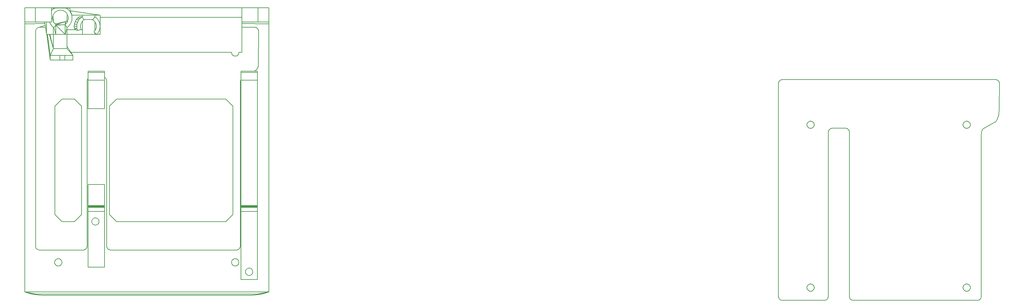
<source format=gbr>
G04 #@! TF.GenerationSoftware,KiCad,Pcbnew,(5.1.10-1-10_14)*
G04 #@! TF.CreationDate,2021-06-08T23:18:15-04:00*
G04 #@! TF.ProjectId,tr109-mainboard,74723130-392d-46d6-9169-6e626f617264,1*
G04 #@! TF.SameCoordinates,Original*
G04 #@! TF.FileFunction,OtherDrawing,Comment*
%FSLAX46Y46*%
G04 Gerber Fmt 4.6, Leading zero omitted, Abs format (unit mm)*
G04 Created by KiCad (PCBNEW (5.1.10-1-10_14)) date 2021-06-08 23:18:15*
%MOMM*%
%LPD*%
G01*
G04 APERTURE LIST*
%ADD10C,0.200000*%
G04 APERTURE END LIST*
D10*
X164667460Y-127004010D02*
X164926260Y-126969970D01*
X113551481Y-72071841D02*
X113551481Y-84368401D01*
X165633350Y-128677050D02*
X165426280Y-128835950D01*
X165892210Y-128228760D02*
X165792320Y-128469920D01*
X123179481Y-128469920D02*
X123020571Y-128677050D01*
X164426300Y-128835950D02*
X164219170Y-128677050D01*
X165892210Y-83691941D02*
X165792320Y-83933161D01*
X121447421Y-127469930D02*
X121606391Y-127262810D01*
X122313481Y-128969950D02*
X122054681Y-128935850D01*
X122313481Y-126969970D02*
X122572281Y-127004010D01*
X123313471Y-83433141D02*
X123279371Y-83691941D01*
X122572281Y-84399091D02*
X122313481Y-84433131D01*
X127276161Y-84868301D02*
X127142171Y-85368321D01*
X113551481Y-72071841D02*
X113685471Y-71571821D01*
X113685471Y-71571821D02*
X114051501Y-71205781D01*
X114051501Y-71205781D02*
X114551521Y-71071791D01*
X132879481Y-85368261D02*
X132745481Y-84868241D01*
X132745481Y-84868241D02*
X132379451Y-84502271D01*
X132379451Y-84502271D02*
X131879491Y-84368281D01*
X168910000Y-130441700D02*
X168776060Y-130941670D01*
X168776060Y-130941670D02*
X168410030Y-131307700D01*
X168410030Y-131307700D02*
X167910010Y-131441690D01*
X172867030Y-71071551D02*
X173366340Y-71205541D01*
X173366340Y-71205541D02*
X173730400Y-71571581D01*
X132879481Y-130441700D02*
X133013471Y-130941670D01*
X133013471Y-130941670D02*
X133379501Y-131307700D01*
X133379501Y-131307700D02*
X133879459Y-131441690D01*
X173684980Y-80597391D02*
X173824280Y-79055481D01*
X173320140Y-81878411D02*
X173684980Y-80597391D01*
X172827510Y-82555281D02*
X173320140Y-81878411D01*
X169173450Y-84882724D02*
X169436960Y-84519081D01*
X168909887Y-86399541D02*
X168980510Y-85571041D01*
X164926260Y-82433151D02*
X165185060Y-82467251D01*
X121813461Y-127103900D02*
X122054681Y-127004010D01*
X121447421Y-128469920D02*
X121347531Y-128228760D01*
X165185060Y-84399091D02*
X164926260Y-84433131D01*
X121347531Y-127711100D02*
X121447421Y-127469930D01*
X165633350Y-127262810D02*
X165792320Y-127469930D01*
X164219170Y-84140231D02*
X164060260Y-83933161D01*
X122572281Y-82467251D02*
X122813441Y-82567141D01*
X164060260Y-127469930D02*
X164219170Y-127262810D01*
X164219170Y-127262810D02*
X164426300Y-127103900D01*
X123279371Y-83691941D02*
X123179481Y-83933161D01*
X121347531Y-83174341D02*
X121447421Y-82933181D01*
X164060260Y-82933181D02*
X164219170Y-82726051D01*
X121606391Y-128677050D02*
X121447421Y-128469920D01*
X165792320Y-82933181D02*
X165892210Y-83174341D01*
X164926260Y-126969970D02*
X165185060Y-127004010D01*
X165185060Y-82467251D02*
X165426280Y-82567141D01*
X123313471Y-127969960D02*
X123279371Y-128228760D01*
X163926270Y-127969960D02*
X163960370Y-127711100D01*
X165426280Y-82567141D02*
X165633350Y-82726051D01*
X121313491Y-83433141D02*
X121347531Y-83174341D01*
X163960370Y-128228760D02*
X163926270Y-127969960D01*
X123179481Y-83933161D02*
X123020571Y-84140231D01*
X165792320Y-83933161D02*
X165633350Y-84140231D01*
X165633350Y-84140231D02*
X165426280Y-84299191D01*
X121347531Y-128228760D02*
X121313491Y-127969960D01*
X122813441Y-127103900D02*
X123020571Y-127262810D01*
X122313481Y-84433131D02*
X122054681Y-84399091D01*
X165426280Y-84299191D02*
X165185060Y-84399091D01*
X123179481Y-127469930D02*
X123279371Y-127711100D01*
X121813461Y-82567141D02*
X122054681Y-82467251D01*
X123020571Y-84140231D02*
X122813441Y-84299191D01*
X165926250Y-83433141D02*
X165892210Y-83691941D01*
X164426300Y-84299191D02*
X164219170Y-84140231D01*
X165426280Y-127103900D02*
X165633350Y-127262810D01*
X164426300Y-127103900D02*
X164667460Y-127004010D01*
X163960370Y-83174341D02*
X164060260Y-82933181D01*
X164219170Y-128677050D02*
X164060260Y-128469920D01*
X121813461Y-84299191D02*
X121606391Y-84140231D01*
X165426280Y-128835950D02*
X165185060Y-128935850D01*
X123279371Y-127711100D02*
X123313471Y-127969960D01*
X121606391Y-127262810D02*
X121813461Y-127103900D01*
X121813461Y-128835950D02*
X121606391Y-128677050D01*
X165926250Y-127969960D02*
X165892210Y-128228760D01*
X122572281Y-128935850D02*
X122313481Y-128969950D01*
X163960370Y-83691941D02*
X163926270Y-83433141D01*
X122054681Y-127004010D02*
X122313481Y-126969970D01*
X122813441Y-82567141D02*
X123020571Y-82726051D01*
X123179481Y-82933181D02*
X123279371Y-83174341D01*
X164060260Y-128469920D02*
X163960370Y-128228760D01*
X164426300Y-82567141D02*
X164667460Y-82467251D01*
X121347531Y-83691941D02*
X121313491Y-83433141D01*
X123020571Y-127262810D02*
X123179481Y-127469930D01*
X164219170Y-82726051D02*
X164426300Y-82567141D01*
X132879481Y-85368261D02*
X132879481Y-130441700D01*
X127142471Y-130441700D02*
X127008481Y-130941670D01*
X127008481Y-130941670D02*
X126642451Y-131307700D01*
X126642451Y-131307700D02*
X126142421Y-131441690D01*
X114551521Y-131441690D02*
X114051501Y-131307700D01*
X114051501Y-131307700D02*
X113685471Y-130941670D01*
X113685471Y-130941670D02*
X113551481Y-130441700D01*
X128142161Y-84368281D02*
X127642191Y-84502271D01*
X127642191Y-84502271D02*
X127276161Y-84868301D01*
X164667460Y-84399091D02*
X164426300Y-84299191D01*
X122813441Y-84299191D02*
X122572281Y-84399091D01*
X168980510Y-85571041D02*
X169173450Y-84882724D01*
X122054681Y-128935850D02*
X121813461Y-128835950D01*
X169436960Y-84519081D02*
X172827510Y-82555281D01*
X122572281Y-127004010D02*
X122813441Y-127103900D01*
X122054681Y-84399091D02*
X121940121Y-84351651D01*
X122054681Y-82467251D02*
X122313481Y-82433151D01*
X121940121Y-84351651D02*
X121813461Y-84299191D01*
X165185060Y-127004010D02*
X165426280Y-127103900D01*
X173859860Y-72071541D02*
X173824280Y-79055481D01*
X164060260Y-83933161D02*
X163960370Y-83691941D01*
X164926260Y-128969950D02*
X164667460Y-128935850D01*
X163926270Y-83433141D02*
X163960370Y-83174341D01*
X114551521Y-71071791D02*
X172867030Y-71071551D01*
X127142471Y-130441700D02*
X127142171Y-85368321D01*
X114551521Y-131441690D02*
X126142421Y-131441690D01*
X122313481Y-82433151D02*
X122572281Y-82467251D01*
X122813441Y-128835950D02*
X122572281Y-128935850D01*
X165792320Y-128469920D02*
X165633350Y-128677050D01*
X121447421Y-83933161D02*
X121347531Y-83691941D01*
X165185060Y-128935850D02*
X164926260Y-128969950D01*
X173859860Y-72071541D02*
X173730400Y-71571581D01*
X113551481Y-130441700D02*
X113551481Y-84368401D01*
X164667460Y-128935850D02*
X164426300Y-128835950D01*
X165633350Y-82726051D02*
X165792320Y-82933181D01*
X121447421Y-82933181D02*
X121606391Y-82726051D01*
X164667460Y-82467251D02*
X164926260Y-82433151D01*
X121606391Y-84140231D02*
X121447421Y-83933161D01*
X123020571Y-128677050D02*
X122813441Y-128835950D01*
X121606391Y-82726051D02*
X121813461Y-82567141D01*
X123020571Y-82726051D02*
X123179481Y-82933181D01*
X165792320Y-127469930D02*
X165892210Y-127711100D01*
X164926260Y-84433131D02*
X164667460Y-84399091D01*
X123279371Y-83174341D02*
X123313471Y-83433141D01*
X121313491Y-127969960D02*
X121347531Y-127711100D01*
X123279371Y-128228760D02*
X123179481Y-128469920D01*
X165892210Y-127711100D02*
X165926250Y-127969960D01*
X163960370Y-127711100D02*
X164060260Y-127469930D01*
X165892210Y-83174341D02*
X165926250Y-83433141D01*
X128142161Y-84368281D02*
X131879491Y-84368281D01*
X133879459Y-131441690D02*
X167910010Y-131441690D01*
X168910000Y-130441700D02*
X168909887Y-86399541D01*
X-31907365Y-123267459D02*
X-31815133Y-123090218D01*
X-31961911Y-123841700D02*
X-31981281Y-123645010D01*
X-30143966Y-123083237D02*
X-30267771Y-122932140D01*
X-73954810Y-109881280D02*
X-73935970Y-109683990D01*
X-33223861Y-105997800D02*
X-33223861Y-107149660D01*
X-28763831Y-107149660D02*
X-28763831Y-125737490D01*
X-33223861Y-105726300D02*
X-33223861Y-105648520D01*
X-28763831Y-105683920D02*
X-28763831Y-105622230D01*
X-74943770Y-105726300D02*
X-74943770Y-105648520D01*
X-70496310Y-105683920D02*
X-70496310Y-105622230D01*
X-28763831Y-69113331D02*
X-33223861Y-69113331D01*
X-74943770Y-79025872D02*
X-70496310Y-79025872D01*
X-74943770Y-69113331D02*
X-70483790Y-69113331D01*
X-74943770Y-105555650D02*
X-74943770Y-99734131D01*
X-31365512Y-122717740D02*
X-31536451Y-122807210D01*
X-31686002Y-122934700D02*
X-31815133Y-123090218D01*
X-31813141Y-124199630D02*
X-31681048Y-124362281D01*
X-73340658Y-108956120D02*
X-73509080Y-109045450D01*
X-73954810Y-109881280D02*
X-73935730Y-110078100D01*
X-73935730Y-110078100D02*
X-73877380Y-110264720D01*
X-73786840Y-110437220D02*
X-73661610Y-110591410D01*
X-72117020Y-110441750D02*
X-72176326Y-110514152D01*
X-72115880Y-109324340D02*
X-72241470Y-109169720D01*
X-72241470Y-109169720D02*
X-72394060Y-109048900D01*
X-72394060Y-109048900D02*
X-72569830Y-108954430D01*
X-72569830Y-108954430D02*
X-72755620Y-108895480D01*
X-82663040Y-64456121D02*
X-82663040Y-65766291D01*
X-80698060Y-56989261D02*
X-80698060Y-57470931D01*
X-84391520Y-62591561D02*
X-80698060Y-62591561D01*
X-83773900Y-58685611D02*
X-83773900Y-56150211D01*
X-81254230Y-58685611D02*
X-83773900Y-56150211D01*
X-81254287Y-56106342D02*
X-81254230Y-58685611D01*
X-83773900Y-56150211D02*
X-81295830Y-56044171D01*
X-81254287Y-56106342D02*
X-83773900Y-56150211D01*
X-83773900Y-55821191D02*
X-81254230Y-55210071D01*
X-34765361Y-122063400D02*
X-35024161Y-122029310D01*
X-34058211Y-120356320D02*
X-33899301Y-120563390D01*
X-35765341Y-121063410D02*
X-35731251Y-120804610D01*
X-32933411Y-55769101D02*
X-32933411Y-55310621D01*
X-28541561Y-55328201D02*
X-25618431Y-55328201D01*
X-32933411Y-63593761D02*
X-32933411Y-56753231D01*
X-34506491Y-122029310D02*
X-34765361Y-122063400D01*
X-32933411Y-55769101D02*
X-32933411Y-56753231D01*
X-25618431Y-55802541D02*
X-25618431Y-129151050D01*
X-33223861Y-125737490D02*
X-28763831Y-125737490D01*
X-33223861Y-105854150D02*
X-33223861Y-105726300D01*
X-33223861Y-105997800D02*
X-33223861Y-105854150D01*
X-33223861Y-105648520D02*
X-28763831Y-105648520D01*
X-68833043Y-117716190D02*
X-69333000Y-117582260D01*
X-82054000Y-76418231D02*
X-78689860Y-76418231D01*
X-29543779Y-68792181D02*
X-29309451Y-68656461D01*
X-88292940Y-117716190D02*
X-76224490Y-117716190D01*
X-28438921Y-67155311D02*
X-28390221Y-57753221D01*
X-31363183Y-124572640D02*
X-31175431Y-124627170D01*
X-29995322Y-123841580D02*
X-29975831Y-123645130D01*
X-29975831Y-123645130D02*
X-29993591Y-123446640D01*
X-77020090Y-56508371D02*
X-76978490Y-56931031D01*
X-76855170Y-57337411D02*
X-76978490Y-56931031D01*
X-80497910Y-53413761D02*
X-80374640Y-53820201D01*
X-83711130Y-51506831D02*
X-84258600Y-51610061D01*
X-80260440Y-56481791D02*
X-79866630Y-56001971D01*
X-79866630Y-56001971D02*
X-79574030Y-55454561D01*
X-79393850Y-54860541D02*
X-79574030Y-55454561D01*
X-79332990Y-54242861D02*
X-79393850Y-54860541D01*
X-79393850Y-53625121D02*
X-79332990Y-54242861D01*
X-79565510Y-53024421D02*
X-79858170Y-52477011D01*
X-79858170Y-52477011D02*
X-80260440Y-52003871D01*
X-80740260Y-51610061D02*
X-80260440Y-52003871D01*
X-85463150Y-55328201D02*
X-85424770Y-55454561D01*
X-85424770Y-55454561D02*
X-85132170Y-56001971D01*
X-84738420Y-56481791D02*
X-85132170Y-56001971D01*
X-79545899Y-53123845D02*
X-79557729Y-53051962D01*
X-90707760Y-129650360D02*
X-89195710Y-129907610D01*
X-89141530Y-129743990D02*
X-90707760Y-129650360D01*
X-89195710Y-129907610D02*
X-89141530Y-129743990D01*
X-25618431Y-129151050D02*
X-92238410Y-129151050D01*
X-89315280Y-55328201D02*
X-89315280Y-51391081D01*
X-89159000Y-57253491D02*
X-88792960Y-56887461D01*
X-70496310Y-105726300D02*
X-74943770Y-105726300D01*
X-33223861Y-107149660D02*
X-28763831Y-107149660D01*
X-70496310Y-107149660D02*
X-74943770Y-107149660D01*
X-30054981Y-123262290D02*
X-30143966Y-123083237D01*
X-31813141Y-124199630D02*
X-31904166Y-124026600D01*
X-74943770Y-105622230D02*
X-74943770Y-105648520D01*
X-70496310Y-105854150D02*
X-74943770Y-105854150D01*
X-70496310Y-106009900D02*
X-70496310Y-105854150D01*
X-33223861Y-105854150D02*
X-28763831Y-106009900D01*
X-28763831Y-105726300D02*
X-33223861Y-105726300D01*
X-74943770Y-105622230D02*
X-70496310Y-105622230D01*
X-34265331Y-64508931D02*
X-34506491Y-64608821D01*
X-33765311Y-63642931D02*
X-33771811Y-63593701D01*
X-33799401Y-120804610D02*
X-33765311Y-121063410D01*
X-75224500Y-116716210D02*
X-75224740Y-71448401D01*
X-68833043Y-117716190D02*
X-34390801Y-117716190D01*
X-72568940Y-110811180D02*
X-72758480Y-110867260D01*
X-72568940Y-110811180D02*
X-72394480Y-110719210D01*
X-72337655Y-110672663D02*
X-72394480Y-110719210D01*
X-72023367Y-110257966D02*
X-72117020Y-110441750D01*
X-71971580Y-110078570D02*
X-72023367Y-110257966D01*
X-71971580Y-110078570D02*
X-71952330Y-109879850D01*
X-71952330Y-109879850D02*
X-71967830Y-109683040D01*
X-71967830Y-109683040D02*
X-72028680Y-109499870D01*
X-72028680Y-109499870D02*
X-72115880Y-109324340D01*
X-72956430Y-108879450D02*
X-72827228Y-108889399D01*
X-80497910Y-55071901D02*
X-80698120Y-55446461D01*
X-84300740Y-55446461D02*
X-84391520Y-55276641D01*
X-83773900Y-55821191D02*
X-83773900Y-55986001D01*
X-83928870Y-55858801D02*
X-83773900Y-55821191D01*
X-83773900Y-55986001D02*
X-83928870Y-55858801D01*
X-84258600Y-56875601D02*
X-83773900Y-58685611D01*
X-30596131Y-122716850D02*
X-30420422Y-122811380D01*
X-70483790Y-71272211D02*
X-70483790Y-71160151D01*
X-70496310Y-72288291D02*
X-70483790Y-71272211D01*
X-70496310Y-106009900D02*
X-70496310Y-107149660D01*
X-28763831Y-106009900D02*
X-28763831Y-107149660D01*
X-33223861Y-71258911D02*
X-28763831Y-71258911D01*
X-33223861Y-69113331D02*
X-33223861Y-68792181D01*
X-31365512Y-122717740D02*
X-31333917Y-122708003D01*
X-31536222Y-124478640D02*
X-31631478Y-124400263D01*
X-31536222Y-124478640D02*
X-31363183Y-124572640D01*
X-31049825Y-124641749D02*
X-31175431Y-124627170D01*
X-30979932Y-122641090D02*
X-30854655Y-122651725D01*
X-73011189Y-108883920D02*
X-72956430Y-108879450D01*
X-73340658Y-108956120D02*
X-73306923Y-108945386D01*
X-73509080Y-109045450D02*
X-73659700Y-109172290D01*
X-73659700Y-109172290D02*
X-73786780Y-109325350D01*
X-73877380Y-110264720D02*
X-73786840Y-110437220D01*
X-73509920Y-110716220D02*
X-73336880Y-110810220D01*
X-73147940Y-110865950D02*
X-73336880Y-110810220D01*
X-84091530Y-121063410D02*
X-84057440Y-120804610D01*
X-82591520Y-120197360D02*
X-82384390Y-120356320D01*
X-34765361Y-120063430D02*
X-34506491Y-120097460D01*
X-34058211Y-121770500D02*
X-34265331Y-121929410D01*
X-35265321Y-121929410D02*
X-35472451Y-121770500D01*
X-35631351Y-64142951D02*
X-35731251Y-63901731D01*
X-34506491Y-120097460D02*
X-34265331Y-120197360D01*
X-82384390Y-121770500D02*
X-82591520Y-121929410D01*
X-33899301Y-120563390D02*
X-33799401Y-120804610D01*
X-73879050Y-109499040D02*
X-73786780Y-109325350D01*
X-30784784Y-124629680D02*
X-30594053Y-124574660D01*
X-30594053Y-124574660D02*
X-30421491Y-124482750D01*
X-83957540Y-120563390D02*
X-83798630Y-120356320D01*
X-35024161Y-120097460D02*
X-34765361Y-120063430D01*
X-83798630Y-121770500D02*
X-83957540Y-121563440D01*
X-83957540Y-121563440D02*
X-84057440Y-121322220D01*
X-35024161Y-64608821D02*
X-35265321Y-64508931D01*
X-84057440Y-121322220D02*
X-84091530Y-121063410D01*
X-83091480Y-120063430D02*
X-82832680Y-120097460D01*
X-74943770Y-106009900D02*
X-74943770Y-105854150D01*
X-28763831Y-106009900D02*
X-33223861Y-105997800D01*
X-74943770Y-105648520D02*
X-70496310Y-105648520D01*
X-70496310Y-105622230D02*
X-70496310Y-105648520D01*
X-70496310Y-105555650D02*
X-74943770Y-105555650D01*
X-70483790Y-68792181D02*
X-74943770Y-68792181D01*
X-74943770Y-69113331D02*
X-74943770Y-68792181D01*
X-28763831Y-69113331D02*
X-28763831Y-68792181D01*
X-74943770Y-71258911D02*
X-70483790Y-71272211D01*
X-35024161Y-122029310D02*
X-35265321Y-121929410D01*
X-25870741Y-128962171D02*
X-25870741Y-128919863D01*
X-28661131Y-129907610D02*
X-30471741Y-130084280D01*
X-28885781Y-56887221D02*
X-28521651Y-57253191D01*
X-89141530Y-129743990D02*
X-28715311Y-129743990D01*
X-25618431Y-129151050D02*
X-25870741Y-129260600D01*
X-28541561Y-55328201D02*
X-28541561Y-51391081D01*
X-30471741Y-130084280D02*
X-87385100Y-130084280D01*
X-70496310Y-105555650D02*
X-70496310Y-99734131D01*
X-33223861Y-105622230D02*
X-28763831Y-105622230D01*
X-33223861Y-105622230D02*
X-33223861Y-105648520D01*
X-28763831Y-105854150D02*
X-33223861Y-105854150D01*
X-28763831Y-106009900D02*
X-28763831Y-105854150D01*
X-92238410Y-129151050D02*
X-92238410Y-55802541D01*
X-25870741Y-129260600D02*
X-28715311Y-129743990D01*
X-27149081Y-129650360D02*
X-25870741Y-129260600D01*
X-28715311Y-129743990D02*
X-28661131Y-129907610D01*
X-27149081Y-129650360D02*
X-28715311Y-129743990D01*
X-28661131Y-129907610D02*
X-27149081Y-129650360D01*
X-71620270Y-54087171D02*
X-32933411Y-54087231D01*
X-84923430Y-51391021D02*
X-32933411Y-51391021D01*
X-25618431Y-55802541D02*
X-25618431Y-55328201D01*
X-32933411Y-55769101D02*
X-25618431Y-55802541D01*
X-33771811Y-63593701D02*
X-32933411Y-63593761D01*
X-32933411Y-54087231D02*
X-32933411Y-55310621D01*
X-84624220Y-53820201D02*
X-84665820Y-54242861D01*
X-84665820Y-54242861D02*
X-84624220Y-54665461D01*
X-84624220Y-54665461D02*
X-84500950Y-55071901D01*
X-84300740Y-55446461D02*
X-84031330Y-55774701D01*
X-80698060Y-58685611D02*
X-80698060Y-57470931D01*
X-73096140Y-58685611D02*
X-76479360Y-58685611D01*
X-79081340Y-64456121D02*
X-80698060Y-62591561D01*
X-84923430Y-52229301D02*
X-84923430Y-51499501D01*
X-84738420Y-52003871D02*
X-84923430Y-52229301D01*
X-73096140Y-53434681D02*
X-71620270Y-53434681D01*
X-84391520Y-51719155D02*
X-84391520Y-51499501D01*
X-84391520Y-62591561D02*
X-85399617Y-58685611D01*
X-84391520Y-58685611D02*
X-84391520Y-62591561D01*
X-76479360Y-54075384D02*
X-76479360Y-53434681D01*
X-72564031Y-58685611D02*
X-71620270Y-58685611D01*
X-86319730Y-55328201D02*
X-86319730Y-58685611D01*
X-77365680Y-53875641D02*
X-76612820Y-53875641D01*
X-77092630Y-54269381D02*
X-77486440Y-54749201D01*
X-77779040Y-55296671D02*
X-77959220Y-55890631D01*
X-71928310Y-57720141D02*
X-72220910Y-58267541D01*
X-71748120Y-57126121D02*
X-71928310Y-57720141D01*
X-71687270Y-56508371D02*
X-71748120Y-57126121D01*
X-71748120Y-55890691D02*
X-71687270Y-56508371D01*
X-71748120Y-55890691D02*
X-71928310Y-55296671D01*
X-72220910Y-54749201D02*
X-71928310Y-55296671D01*
X-72220910Y-54749201D02*
X-72614710Y-54269381D01*
X-72614710Y-54269381D02*
X-73094530Y-53875641D01*
X-77845500Y-54269381D02*
X-77092630Y-54269381D01*
X-77365680Y-53875641D02*
X-77845500Y-54269381D01*
X-78531850Y-55296671D02*
X-77779040Y-55296671D01*
X-78239250Y-54749201D02*
X-78531850Y-55296671D01*
X-78531850Y-55296671D02*
X-78712090Y-55890631D01*
X-78712090Y-55890631D02*
X-78772890Y-56508371D01*
X-77959220Y-55890631D02*
X-78712090Y-55890631D01*
X-77959220Y-57126121D02*
X-78020080Y-56508371D01*
X-78712090Y-57126121D02*
X-77959220Y-57126121D01*
X-85242790Y-64456121D02*
X-84391520Y-62591561D01*
X-81295830Y-56044171D02*
X-83703030Y-56044171D01*
X-83703030Y-56044171D02*
X-81254230Y-55210071D01*
X-83773900Y-58685611D02*
X-81254230Y-58685611D01*
X-85242790Y-64456121D02*
X-86076386Y-58685611D01*
X-85517615Y-58685611D02*
X-84391520Y-62591561D01*
X-81254230Y-58685611D02*
X-80698060Y-58685611D01*
X-80967530Y-55774761D02*
X-81254230Y-55210071D01*
X-79737252Y-52264283D02*
X-71620270Y-53434681D01*
X-80698060Y-56989261D02*
X-81254230Y-58685611D01*
X-80740260Y-56875601D02*
X-80698060Y-56989261D01*
X-80698109Y-55075133D02*
X-81254230Y-55210071D01*
X-80497910Y-53413761D02*
X-80698060Y-53434681D01*
X-84391520Y-58685611D02*
X-84391520Y-56766521D01*
X-73096140Y-58265931D02*
X-73096140Y-58685611D01*
X-73096140Y-53434681D02*
X-73094530Y-53875641D01*
X-76479360Y-53434681D02*
X-73096140Y-53434681D01*
X-85242790Y-65766291D02*
X-85242790Y-64456121D01*
X-81323010Y-65766291D02*
X-81323010Y-64456121D01*
X-77177474Y-57470931D02*
X-76479360Y-57470931D01*
X-80698060Y-57470931D02*
X-78314971Y-57470931D01*
X-82663040Y-64456121D02*
X-81323010Y-64456121D01*
X-84391520Y-58685611D02*
X-83773900Y-58685611D01*
X-84057440Y-120804610D02*
X-83957540Y-120563390D01*
X-34765361Y-64642921D02*
X-35024161Y-64608821D01*
X-35265321Y-64508931D02*
X-35472451Y-64350021D01*
X-77779040Y-57720141D02*
X-77959220Y-57126121D01*
X-77959220Y-57126121D02*
X-78531850Y-57370081D01*
X-73052330Y-57711971D02*
X-72852180Y-57337411D01*
X-72852180Y-57337411D02*
X-72728860Y-56931031D01*
X-72728860Y-56931031D02*
X-72687250Y-56508371D01*
X-72687250Y-56508371D02*
X-72728860Y-56085721D01*
X-72728860Y-56085721D02*
X-72852180Y-55679331D01*
X-72852180Y-55679331D02*
X-73052330Y-55304781D01*
X-31686002Y-122934700D02*
X-31536451Y-122807210D01*
X-30142182Y-124203442D02*
X-30052361Y-124029040D01*
X-30052361Y-124029040D02*
X-29995322Y-123841580D01*
X-70496310Y-106009900D02*
X-74943770Y-106009900D01*
X-74943770Y-105622230D02*
X-74943770Y-105555650D01*
X-33223861Y-105622230D02*
X-33223861Y-105555650D01*
X-79081340Y-65766291D02*
X-79081340Y-64456121D01*
X-76479360Y-58685611D02*
X-80698060Y-58685611D01*
X-85242790Y-65766291D02*
X-86203856Y-58685611D01*
X-29993591Y-123446640D02*
X-30054981Y-123262290D01*
X-30420422Y-122811380D02*
X-30267771Y-122932140D01*
X-35631351Y-121563440D02*
X-35731251Y-121322220D01*
X-82384390Y-120356320D02*
X-82225490Y-120563390D01*
X-82125590Y-121322220D02*
X-82225490Y-121563440D01*
X-83591510Y-121929410D02*
X-83798630Y-121770500D01*
X-28758221Y-55328201D02*
X-28873861Y-55329161D01*
X-91986100Y-129260600D02*
X-90707760Y-129650360D01*
X-89141530Y-129743990D02*
X-91986100Y-129260600D01*
X-33899301Y-121563440D02*
X-34058211Y-121770500D01*
X-35631351Y-120563390D02*
X-35472451Y-120356320D01*
X-35472451Y-64350021D02*
X-35631351Y-64142951D01*
X-84391520Y-56766521D02*
X-84258600Y-56875601D01*
X-84738420Y-56481791D02*
X-84391520Y-56766521D01*
X-80967530Y-55774761D02*
X-81254230Y-56010021D01*
X-80967530Y-55774761D02*
X-80698120Y-55446461D01*
X-84391520Y-55276641D02*
X-84500950Y-55071901D01*
X-83703030Y-56044171D02*
X-83773900Y-55986001D01*
X-33390871Y-72983221D02*
X-33390871Y-71557651D01*
X-37357441Y-109907870D02*
X-67144801Y-109907870D01*
X-69113240Y-78386612D02*
X-69113240Y-107939480D01*
X-70333050Y-70582281D02*
X-69967020Y-70948311D01*
X-76224490Y-117716190D02*
X-75724470Y-117582260D01*
X-75224740Y-71448401D02*
X-75090750Y-70948371D01*
X-33524751Y-117216230D02*
X-33390761Y-116716210D01*
X-76721470Y-78386612D02*
X-78689860Y-76418231D01*
X-70479535Y-70543041D02*
X-70333050Y-70582281D01*
X-86584066Y-56753441D02*
X-88292940Y-56753471D01*
X-89159000Y-57253491D02*
X-89292990Y-57753451D01*
X-33390871Y-71557651D02*
X-33328591Y-71252951D01*
X-28390221Y-57753221D02*
X-28521651Y-57253191D01*
X-89292990Y-57753451D02*
X-89292990Y-116716210D01*
X-75724470Y-117582260D02*
X-75358440Y-117216230D01*
X-89159000Y-117216230D02*
X-88792960Y-117582260D01*
X-35758851Y-63593521D02*
X-35765091Y-63644845D01*
X-28876121Y-68271891D02*
X-28557471Y-67722451D01*
X-82054000Y-109907930D02*
X-78689860Y-109907870D01*
X-75358440Y-117216230D02*
X-75224500Y-116716210D01*
X-84022390Y-78386612D02*
X-84022390Y-107939480D01*
X-33390871Y-72983221D02*
X-33390761Y-116716210D01*
X-28885781Y-56887221D02*
X-29385081Y-56753231D01*
X-35389061Y-107939480D02*
X-35389061Y-78386612D01*
X-69967020Y-70948311D02*
X-69833030Y-71448341D01*
X-76721470Y-107939480D02*
X-76721470Y-78386612D01*
X-67144801Y-76418231D02*
X-37357441Y-76418231D01*
X-88792960Y-117582260D02*
X-88292940Y-117716190D01*
X-28557471Y-67722451D02*
X-28438921Y-67155311D01*
X-33890781Y-117582260D02*
X-33524751Y-117216230D01*
X-88292940Y-56753471D02*
X-88792960Y-56887461D01*
X-75090750Y-70948371D02*
X-74943770Y-70801391D01*
X-32933411Y-56753231D02*
X-29385081Y-56753231D01*
X-34390801Y-117716190D02*
X-33890781Y-117582260D01*
X-37357441Y-76418231D02*
X-35389061Y-78386612D01*
X-29309451Y-68656461D02*
X-28876121Y-68271891D01*
X-76721470Y-107939480D02*
X-78689860Y-109907870D01*
X-84022390Y-78386612D02*
X-82054000Y-76418231D01*
X-82054000Y-109907930D02*
X-84022390Y-107939480D01*
X-69113240Y-78386612D02*
X-67144801Y-76418231D01*
X-67144801Y-109907870D02*
X-69113240Y-107939480D01*
X-35389061Y-107939480D02*
X-37357441Y-109907870D01*
X-70496310Y-99734131D02*
X-74943770Y-99734131D01*
X-74943770Y-122392240D02*
X-74943770Y-107149660D01*
X-74943770Y-107149660D02*
X-74943770Y-106009900D01*
X-92238410Y-55802541D02*
X-92238410Y-55328201D01*
X-89159000Y-117216230D02*
X-89292990Y-116716210D01*
X-83091480Y-122063400D02*
X-83350350Y-122029310D01*
X-34265331Y-120197360D02*
X-34058211Y-120356320D01*
X-79645881Y-63593521D02*
X-35758851Y-63593521D01*
X-86319730Y-55328201D02*
X-85463150Y-55328201D01*
X-28763831Y-105622230D02*
X-28763831Y-105648520D01*
X-28763831Y-105555650D02*
X-33223861Y-105555650D01*
X-74943770Y-105854150D02*
X-74943770Y-105726300D01*
X-92238410Y-55328201D02*
X-89315280Y-55328201D01*
X-32933411Y-51391021D02*
X-28541561Y-51391081D01*
X-89315280Y-51391081D02*
X-84923430Y-51391021D01*
X-33765311Y-63642931D02*
X-33799401Y-63901731D01*
X-33223861Y-69113331D02*
X-33223861Y-71114687D01*
X-74943770Y-71258911D02*
X-74943770Y-70801391D01*
X-30784784Y-124629680D02*
X-30979691Y-124649290D01*
X-30421491Y-124482750D02*
X-30267772Y-124355381D01*
X-30142182Y-124203442D02*
X-30267772Y-124355381D01*
X-73935970Y-109683990D02*
X-73879050Y-109499040D01*
X-73509920Y-110716220D02*
X-73661610Y-110591410D01*
X-73147940Y-110865950D02*
X-72953330Y-110886810D01*
X-72758480Y-110867260D02*
X-72953330Y-110886810D01*
X-33223861Y-71258911D02*
X-33223861Y-71114687D01*
X-70496310Y-79025872D02*
X-70496310Y-72288291D01*
X-86787090Y-55328201D02*
X-88788344Y-55328258D01*
X-29068498Y-55328258D02*
X-31140981Y-55328201D01*
X-86787090Y-55328201D02*
X-86319730Y-55328201D01*
X-29068498Y-55328258D02*
X-28873861Y-55329161D01*
X-88827420Y-55328201D02*
X-89315280Y-55328201D01*
X-28758221Y-55328201D02*
X-28541561Y-55328201D01*
X-92238410Y-51391081D02*
X-89315280Y-51391081D01*
X-92238410Y-55328201D02*
X-92238410Y-51391081D01*
X-28541561Y-51391081D02*
X-25618431Y-51391081D01*
X-25618431Y-55328201D02*
X-25618431Y-51391081D01*
X-28763831Y-105854150D02*
X-28763831Y-105726300D01*
X-70496310Y-105854150D02*
X-70496310Y-105726300D01*
X-28763831Y-71258911D02*
X-28763831Y-69113331D01*
X-70483790Y-69113331D02*
X-70483790Y-68792181D01*
X-30979932Y-122641090D02*
X-31182521Y-122659544D01*
X-31962271Y-123446410D02*
X-31907365Y-123267459D01*
X-80740260Y-51610061D02*
X-81287670Y-51506831D01*
X-73321800Y-58040271D02*
X-73052330Y-57711971D01*
X-73052330Y-55304781D02*
X-73321800Y-54976471D01*
X-81323010Y-64456121D02*
X-79081340Y-64456121D01*
X-82663040Y-64456121D02*
X-85242790Y-64456121D01*
X-79081340Y-65766291D02*
X-81323010Y-65766291D01*
X-85242790Y-65766291D02*
X-82663040Y-65766291D01*
X-76479360Y-57470931D02*
X-76479360Y-55090773D01*
X-80740260Y-56875601D02*
X-80260440Y-56481791D01*
X-81287670Y-51506831D02*
X-83711130Y-51506831D01*
X-79545899Y-53123845D02*
X-79451615Y-53434681D01*
X-35765091Y-63644845D02*
X-35731251Y-63901731D01*
X-84300740Y-53039201D02*
X-84500950Y-53413761D01*
X-85463150Y-55328201D02*
X-84923430Y-55328201D01*
X-81287670Y-51506831D02*
X-79987930Y-51499501D01*
X-86076386Y-58685611D02*
X-85517615Y-58685611D01*
X-86203856Y-58685611D02*
X-86076386Y-58685611D01*
X-86717609Y-55777303D02*
X-86787090Y-55328201D01*
X-86649736Y-56273425D02*
X-86717609Y-55777303D01*
X-32933411Y-55310621D02*
X-31140981Y-55328201D01*
X-84391520Y-55276641D02*
X-84500950Y-53413761D01*
X-85517615Y-58685611D02*
X-85399617Y-58685611D01*
X-86584066Y-56753441D02*
X-86649736Y-56273425D01*
X-72676460Y-58685611D02*
X-72614710Y-58747361D01*
X-73096140Y-58265931D02*
X-72676460Y-58685611D01*
X-76479360Y-54075384D02*
X-76612820Y-53875641D01*
X-76110666Y-54627191D02*
X-76479360Y-54075384D01*
X-79451615Y-53434681D02*
X-79393850Y-53625121D01*
X-84031330Y-55774701D02*
X-83928870Y-55858801D01*
X-33223861Y-105555650D02*
X-33390871Y-72983221D01*
X-84923430Y-51499501D02*
X-84923430Y-51391021D01*
X-73052330Y-55304781D02*
X-73052330Y-57711971D01*
X-82663040Y-65766291D02*
X-81323010Y-65766291D01*
X-86319730Y-58685611D02*
X-86203856Y-58685611D01*
X-70479535Y-70543041D02*
X-70483790Y-69334641D01*
X-70483790Y-71160151D02*
X-70479535Y-70543041D01*
X-33223861Y-71258911D02*
X-33223861Y-105555650D01*
X-73147940Y-108896380D02*
X-73306923Y-108945386D01*
X-80698060Y-61985823D02*
X-80698060Y-58685611D01*
X-80698060Y-62591561D02*
X-80698060Y-61985823D01*
X-79353620Y-53434681D02*
X-79451615Y-53434681D01*
X-86319730Y-58685611D02*
X-86584066Y-56753441D01*
X-73321800Y-58040271D02*
X-73096140Y-58265931D01*
X-76057300Y-54707061D02*
X-76110666Y-54627191D01*
X-81254287Y-56106342D02*
X-80740260Y-56875601D01*
X-81295830Y-56044171D02*
X-81254287Y-56106342D01*
X-84391520Y-51719155D02*
X-84258600Y-51610061D01*
X-84738420Y-52003871D02*
X-84391520Y-51719155D01*
X-84923430Y-55328201D02*
X-84923430Y-52229301D01*
X-32933411Y-54087231D02*
X-32933411Y-51391021D01*
X-72827228Y-108889399D02*
X-72755620Y-108895480D01*
X-28763831Y-105683920D02*
X-28763831Y-105648520D01*
X-28763831Y-105726300D02*
X-28763831Y-105683920D01*
X-70496310Y-105683920D02*
X-70496310Y-105648520D01*
X-70496310Y-105726300D02*
X-70496310Y-105683920D01*
X-28763831Y-105622230D02*
X-28763831Y-105555650D01*
X-29543779Y-68792181D02*
X-33223861Y-68792181D01*
X-28763831Y-68792181D02*
X-29543779Y-68792181D01*
X-70496310Y-105622230D02*
X-70496310Y-105555650D01*
X-74943770Y-69113331D02*
X-74943770Y-70801391D01*
X-70483790Y-69113331D02*
X-70483790Y-69334641D01*
X-28763831Y-105555650D02*
X-28763831Y-71258911D01*
X-73011189Y-108883920D02*
X-73147940Y-108896380D01*
X-72337655Y-110672663D02*
X-72241470Y-110592960D01*
X-72176326Y-110514152D02*
X-72241470Y-110592960D01*
X-80698109Y-55075133D02*
X-80698060Y-53434681D01*
X-80698120Y-55446461D02*
X-80698109Y-55075133D01*
X-84391520Y-51499501D02*
X-83711130Y-51506831D01*
X-76479360Y-53434681D02*
X-79353620Y-53434681D01*
X-76479360Y-58685611D02*
X-76479360Y-57470931D01*
X-79645881Y-63593521D02*
X-79081340Y-64456121D01*
X-80698060Y-61985823D02*
X-79645881Y-63593521D01*
X-79737252Y-52264283D02*
X-79987930Y-51499501D01*
X-79353620Y-53434681D02*
X-79737252Y-52264283D01*
X-71620270Y-54087171D02*
X-71620270Y-58685611D01*
X-71620270Y-53434681D02*
X-71620270Y-54087171D01*
X-85399617Y-58685611D02*
X-84391520Y-58685611D01*
X-72614710Y-58747361D02*
X-72564031Y-58685611D01*
X-73596685Y-54627191D02*
X-73650050Y-54707061D01*
X-73094530Y-53875641D02*
X-73596685Y-54627191D01*
X-77177474Y-57470931D02*
X-76855170Y-57337411D01*
X-77779040Y-57720141D02*
X-77177474Y-57470931D01*
X-78314971Y-57470931D02*
X-77779040Y-57720141D01*
X-78531850Y-57370081D02*
X-78314971Y-57470931D01*
X-76479360Y-55090773D02*
X-76655020Y-55304781D01*
X-76385540Y-54976471D02*
X-76479360Y-55090773D01*
X-83773900Y-56150211D02*
X-83703030Y-56044171D01*
X-79557729Y-53051962D02*
X-79565510Y-53024421D01*
X-31333917Y-122708003D02*
X-31182521Y-122659544D01*
X-31681048Y-124362281D02*
X-31631478Y-124400263D01*
X-31049825Y-124641749D02*
X-30979691Y-124649290D01*
X-30854655Y-122651725D02*
X-30788406Y-122655843D01*
X-33223861Y-71258911D02*
X-33390871Y-71557651D01*
X-33328591Y-71252951D02*
X-33223861Y-71114687D01*
X-74943770Y-71258911D02*
X-74943770Y-79025872D01*
X-31981281Y-123645010D02*
X-31962271Y-123446410D01*
X-69833030Y-116716210D02*
X-69833030Y-71448341D01*
X-69699030Y-117216230D02*
X-69833030Y-116716210D01*
X-69333000Y-117582260D02*
X-69699030Y-117216230D01*
X-73321800Y-54976471D02*
X-73650050Y-54707061D01*
X-76057300Y-54707061D02*
X-76385540Y-54976471D01*
X-76655020Y-55304781D02*
X-76855170Y-55679331D01*
X-76855170Y-55679331D02*
X-76978490Y-56085721D01*
X-76978490Y-56085721D02*
X-77020090Y-56508371D01*
X-31904166Y-124026600D02*
X-31961911Y-123841700D01*
X-81254230Y-56010021D02*
X-81295830Y-56044171D01*
X-80497910Y-55071901D02*
X-80374640Y-54665461D01*
X-80374640Y-54665461D02*
X-80332980Y-54242861D01*
X-80332980Y-54242861D02*
X-80374640Y-53820201D01*
X-80698120Y-53039201D02*
X-80497910Y-53413761D01*
X-80698120Y-53039201D02*
X-80967530Y-52710961D01*
X-80967530Y-52710961D02*
X-81295830Y-52441491D01*
X-81295830Y-52441491D02*
X-81670330Y-52241341D01*
X-81670330Y-52241341D02*
X-82076770Y-52118011D01*
X-82076770Y-52118011D02*
X-82499430Y-52076411D01*
X-82499430Y-52076411D02*
X-82922090Y-52118011D01*
X-82922090Y-52118011D02*
X-83328470Y-52241341D01*
X-83328470Y-52241341D02*
X-83703030Y-52441551D01*
X-84031330Y-52710961D02*
X-83703030Y-52441551D01*
X-84031330Y-52710961D02*
X-84300740Y-53039201D01*
X-84500950Y-53413761D02*
X-84624220Y-53820201D01*
X-82225490Y-121563440D02*
X-82384390Y-121770500D01*
X-83350350Y-122029310D02*
X-83591510Y-121929410D01*
X-83350350Y-120097460D02*
X-83091480Y-120063430D01*
X-35265321Y-120197360D02*
X-35024161Y-120097460D01*
X-35472451Y-121770500D02*
X-35631351Y-121563440D01*
X-33799401Y-63901731D02*
X-33899301Y-64142951D01*
X-33899301Y-64142951D02*
X-34058211Y-64350021D01*
X-82832680Y-122029310D02*
X-83091480Y-122063400D01*
X-82225490Y-120563390D02*
X-82125590Y-120804610D01*
X-83798630Y-120356320D02*
X-83591510Y-120197360D01*
X-82091500Y-121063410D02*
X-82125590Y-121322220D01*
X-35731251Y-121322220D02*
X-35765341Y-121063410D01*
X-33799401Y-121322220D02*
X-33899301Y-121563440D01*
X-82832680Y-120097460D02*
X-82591520Y-120197360D01*
X-35472451Y-120356320D02*
X-35265321Y-120197360D01*
X-34265331Y-121929410D02*
X-34506491Y-122029310D01*
X-33223861Y-125737490D02*
X-33223861Y-107149660D01*
X-70496310Y-107149660D02*
X-70496310Y-122392240D01*
X-74943770Y-122392240D02*
X-70496310Y-122392240D01*
X-35731251Y-120804610D02*
X-35631351Y-120563390D01*
X-34506491Y-64608821D02*
X-34765361Y-64642921D01*
X-33765311Y-121063410D02*
X-33799401Y-121322220D01*
X-83591510Y-120197360D02*
X-83350350Y-120097460D01*
X-30788406Y-122655843D02*
X-30596131Y-122716850D01*
X-83773900Y-55821191D02*
X-83703030Y-56044171D01*
X-81254230Y-56010021D02*
X-81254230Y-55210071D01*
X-76110666Y-54627191D02*
X-73596685Y-54627191D01*
X-84923430Y-51499501D02*
X-84391520Y-51499501D01*
X-73096140Y-58685611D02*
X-72676460Y-58685611D01*
X-72564031Y-58685611D02*
X-72220910Y-58267541D01*
X-77092630Y-54269381D02*
X-76612820Y-53875641D01*
X-77845500Y-54269381D02*
X-78239250Y-54749201D01*
X-77486440Y-54749201D02*
X-78239250Y-54749201D01*
X-77779040Y-55296671D02*
X-77486440Y-54749201D01*
X-78020080Y-56508371D02*
X-77959220Y-55890631D01*
X-78772890Y-56508371D02*
X-78712090Y-57126121D01*
X-78020080Y-56508371D02*
X-78772890Y-56508371D01*
X-78712090Y-57126121D02*
X-78531850Y-57370081D01*
X-84258600Y-56875601D02*
X-83773900Y-56150211D01*
X-82125590Y-120804610D02*
X-82091500Y-121063410D01*
X-34058211Y-64350021D02*
X-34265331Y-64508931D01*
X-88827420Y-55328201D02*
X-88788344Y-55328258D01*
X-82591520Y-121929410D02*
X-82832680Y-122029310D01*
X-86717609Y-55777303D02*
X-92238410Y-55802541D01*
X-86649736Y-56273425D02*
X-88292940Y-56753471D01*
X-89195710Y-129907610D02*
X-87385100Y-130084280D01*
X-91986100Y-129260600D02*
X-92238410Y-129151050D01*
M02*

</source>
